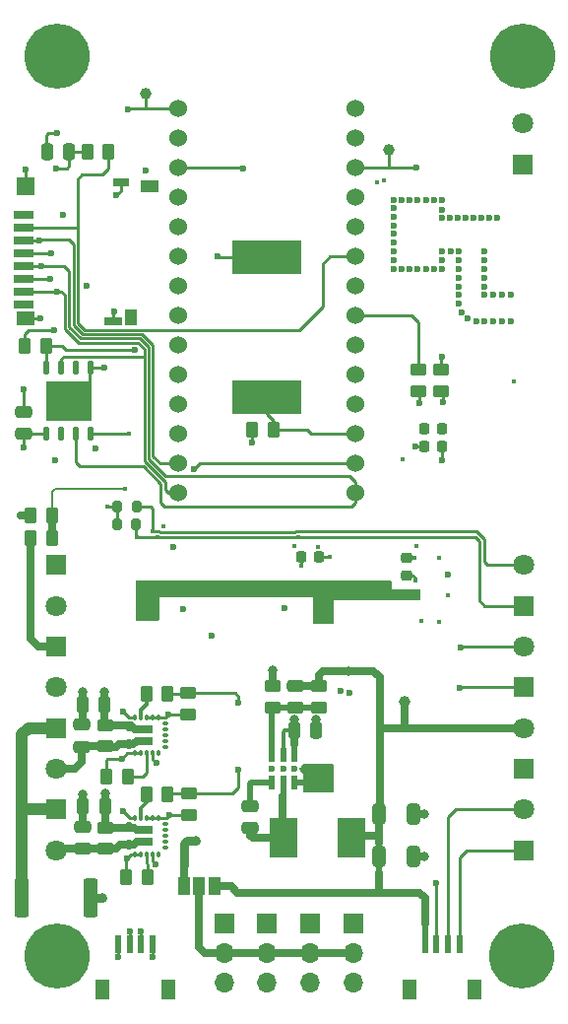
<source format=gbr>
%TF.GenerationSoftware,KiCad,Pcbnew,7.0.5*%
%TF.CreationDate,2023-07-17T20:29:58+05:30*%
%TF.ProjectId,Flight_Computer,466c6967-6874-45f4-936f-6d7075746572,rev?*%
%TF.SameCoordinates,Original*%
%TF.FileFunction,Copper,L4,Bot*%
%TF.FilePolarity,Positive*%
%FSLAX46Y46*%
G04 Gerber Fmt 4.6, Leading zero omitted, Abs format (unit mm)*
G04 Created by KiCad (PCBNEW 7.0.5) date 2023-07-17 20:29:58*
%MOMM*%
%LPD*%
G01*
G04 APERTURE LIST*
G04 Aperture macros list*
%AMRoundRect*
0 Rectangle with rounded corners*
0 $1 Rounding radius*
0 $2 $3 $4 $5 $6 $7 $8 $9 X,Y pos of 4 corners*
0 Add a 4 corners polygon primitive as box body*
4,1,4,$2,$3,$4,$5,$6,$7,$8,$9,$2,$3,0*
0 Add four circle primitives for the rounded corners*
1,1,$1+$1,$2,$3*
1,1,$1+$1,$4,$5*
1,1,$1+$1,$6,$7*
1,1,$1+$1,$8,$9*
0 Add four rect primitives between the rounded corners*
20,1,$1+$1,$2,$3,$4,$5,0*
20,1,$1+$1,$4,$5,$6,$7,0*
20,1,$1+$1,$6,$7,$8,$9,0*
20,1,$1+$1,$8,$9,$2,$3,0*%
G04 Aperture macros list end*
%TA.AperFunction,ComponentPad*%
%ADD10C,5.600000*%
%TD*%
%TA.AperFunction,ComponentPad*%
%ADD11R,1.800000X1.800000*%
%TD*%
%TA.AperFunction,ComponentPad*%
%ADD12C,1.800000*%
%TD*%
%TA.AperFunction,ComponentPad*%
%ADD13R,1.700000X1.700000*%
%TD*%
%TA.AperFunction,ComponentPad*%
%ADD14O,1.700000X1.700000*%
%TD*%
%TA.AperFunction,ComponentPad*%
%ADD15C,1.530000*%
%TD*%
%TA.AperFunction,SMDPad,CuDef*%
%ADD16C,1.000000*%
%TD*%
%TA.AperFunction,SMDPad,CuDef*%
%ADD17RoundRect,0.026400X-0.193600X0.523600X-0.193600X-0.523600X0.193600X-0.523600X0.193600X0.523600X0*%
%TD*%
%TA.AperFunction,SMDPad,CuDef*%
%ADD18R,4.000000X3.400000*%
%TD*%
%TA.AperFunction,SMDPad,CuDef*%
%ADD19RoundRect,0.250000X-0.262500X-0.450000X0.262500X-0.450000X0.262500X0.450000X-0.262500X0.450000X0*%
%TD*%
%TA.AperFunction,SMDPad,CuDef*%
%ADD20RoundRect,0.250000X-0.450000X0.262500X-0.450000X-0.262500X0.450000X-0.262500X0.450000X0.262500X0*%
%TD*%
%TA.AperFunction,SMDPad,CuDef*%
%ADD21RoundRect,0.250000X0.262500X0.450000X-0.262500X0.450000X-0.262500X-0.450000X0.262500X-0.450000X0*%
%TD*%
%TA.AperFunction,SMDPad,CuDef*%
%ADD22R,6.000000X3.000000*%
%TD*%
%TA.AperFunction,SMDPad,CuDef*%
%ADD23O,0.300000X0.650000*%
%TD*%
%TA.AperFunction,SMDPad,CuDef*%
%ADD24O,0.650000X0.300000*%
%TD*%
%TA.AperFunction,SMDPad,CuDef*%
%ADD25R,1.350000X0.800000*%
%TD*%
%TA.AperFunction,SMDPad,CuDef*%
%ADD26RoundRect,0.250000X0.475000X-0.250000X0.475000X0.250000X-0.475000X0.250000X-0.475000X-0.250000X0*%
%TD*%
%TA.AperFunction,SMDPad,CuDef*%
%ADD27RoundRect,0.250000X-0.475000X0.250000X-0.475000X-0.250000X0.475000X-0.250000X0.475000X0.250000X0*%
%TD*%
%TA.AperFunction,SMDPad,CuDef*%
%ADD28RoundRect,0.200000X0.200000X0.275000X-0.200000X0.275000X-0.200000X-0.275000X0.200000X-0.275000X0*%
%TD*%
%TA.AperFunction,SMDPad,CuDef*%
%ADD29RoundRect,0.250000X0.450000X-0.262500X0.450000X0.262500X-0.450000X0.262500X-0.450000X-0.262500X0*%
%TD*%
%TA.AperFunction,SMDPad,CuDef*%
%ADD30RoundRect,0.225000X-0.225000X-0.250000X0.225000X-0.250000X0.225000X0.250000X-0.225000X0.250000X0*%
%TD*%
%TA.AperFunction,SMDPad,CuDef*%
%ADD31R,0.550000X1.240000*%
%TD*%
%TA.AperFunction,SMDPad,CuDef*%
%ADD32RoundRect,0.250000X0.250000X0.475000X-0.250000X0.475000X-0.250000X-0.475000X0.250000X-0.475000X0*%
%TD*%
%TA.AperFunction,SMDPad,CuDef*%
%ADD33RoundRect,0.250000X0.362500X1.425000X-0.362500X1.425000X-0.362500X-1.425000X0.362500X-1.425000X0*%
%TD*%
%TA.AperFunction,SMDPad,CuDef*%
%ADD34RoundRect,0.250000X-0.325000X-0.650000X0.325000X-0.650000X0.325000X0.650000X-0.325000X0.650000X0*%
%TD*%
%TA.AperFunction,SMDPad,CuDef*%
%ADD35R,2.463800X3.352800*%
%TD*%
%TA.AperFunction,SMDPad,CuDef*%
%ADD36R,1.000000X1.500000*%
%TD*%
%TA.AperFunction,SMDPad,CuDef*%
%ADD37RoundRect,0.225000X0.250000X-0.225000X0.250000X0.225000X-0.250000X0.225000X-0.250000X-0.225000X0*%
%TD*%
%TA.AperFunction,SMDPad,CuDef*%
%ADD38R,1.750000X0.800000*%
%TD*%
%TA.AperFunction,SMDPad,CuDef*%
%ADD39R,1.500000X1.300000*%
%TD*%
%TA.AperFunction,SMDPad,CuDef*%
%ADD40R,1.500000X1.500000*%
%TD*%
%TA.AperFunction,SMDPad,CuDef*%
%ADD41R,1.500000X0.800000*%
%TD*%
%TA.AperFunction,SMDPad,CuDef*%
%ADD42R,1.400000X0.800000*%
%TD*%
%TA.AperFunction,SMDPad,CuDef*%
%ADD43R,1.550000X1.000000*%
%TD*%
%TA.AperFunction,SMDPad,CuDef*%
%ADD44R,1.000000X1.450000*%
%TD*%
%TA.AperFunction,SMDPad,CuDef*%
%ADD45RoundRect,0.250000X-0.250000X-0.475000X0.250000X-0.475000X0.250000X0.475000X-0.250000X0.475000X0*%
%TD*%
%TA.AperFunction,SMDPad,CuDef*%
%ADD46R,0.600000X1.550000*%
%TD*%
%TA.AperFunction,SMDPad,CuDef*%
%ADD47R,1.200000X1.800000*%
%TD*%
%TA.AperFunction,ViaPad*%
%ADD48C,0.800000*%
%TD*%
%TA.AperFunction,ViaPad*%
%ADD49C,0.600000*%
%TD*%
%TA.AperFunction,ViaPad*%
%ADD50C,0.450000*%
%TD*%
%TA.AperFunction,Conductor*%
%ADD51C,0.700000*%
%TD*%
%TA.AperFunction,Conductor*%
%ADD52C,0.250000*%
%TD*%
%TA.AperFunction,Conductor*%
%ADD53C,0.750000*%
%TD*%
%TA.AperFunction,Conductor*%
%ADD54C,0.635000*%
%TD*%
%TA.AperFunction,Conductor*%
%ADD55C,0.500000*%
%TD*%
%TA.AperFunction,Conductor*%
%ADD56C,0.300000*%
%TD*%
%TA.AperFunction,Conductor*%
%ADD57C,0.200000*%
%TD*%
%TA.AperFunction,Conductor*%
%ADD58C,1.000000*%
%TD*%
G04 APERTURE END LIST*
D10*
%TO.P,H2,1*%
%TO.N,N/C*%
X171000000Y-73000000D03*
%TD*%
D11*
%TO.P,J3,1,Pin_1*%
%TO.N,GND*%
X171000000Y-82250000D03*
D12*
%TO.P,J3,2,Pin_2*%
%TO.N,+3V3*%
X171000000Y-78750000D03*
%TD*%
D11*
%TO.P,TM1,1,Pin_1*%
%TO.N,GND*%
X130927600Y-116702000D03*
D12*
%TO.P,TM1,2,Pin_2*%
%TO.N,/BATT*%
X130927600Y-120202000D03*
%TD*%
D11*
%TO.P,TM2,1,Pin_1*%
%TO.N,+12V*%
X130927600Y-123702000D03*
D12*
%TO.P,TM2,2,Pin_2*%
%TO.N,/BATT*%
X130927600Y-127202000D03*
%TD*%
D11*
%TO.P,TM8,1,Pin_1*%
%TO.N,/PyroTechnic_Channels/-*%
X130927600Y-137702000D03*
D12*
%TO.P,TM8,2,Pin_2*%
%TO.N,/PyroTechnic_Channels/VOUT1*%
X130927600Y-141202000D03*
%TD*%
D10*
%TO.P,H4,1*%
%TO.N,N/C*%
X130950000Y-150300000D03*
%TD*%
D11*
%TO.P,TM3,1,Pin_1*%
%TO.N,/PyroTechnic_Channels/-*%
X130927600Y-130702000D03*
D12*
%TO.P,TM3,2,Pin_2*%
%TO.N,/PyroTechnic_Channels/VOUT2*%
X130927600Y-134202000D03*
%TD*%
D13*
%TO.P,M3,1,PWM*%
%TO.N,/Peripherals+Outputs/FIN2*%
X152744124Y-147485825D03*
D14*
%TO.P,M3,2,+*%
%TO.N,/Peripherals+Outputs/Servo_PWR*%
X152744124Y-150025825D03*
%TO.P,M3,3,-*%
%TO.N,GND*%
X152744124Y-152565825D03*
%TD*%
D13*
%TO.P,M4,1,PWM*%
%TO.N,/Peripherals+Outputs/FIN1*%
X156444124Y-147485825D03*
D14*
%TO.P,M4,2,+*%
%TO.N,/Peripherals+Outputs/Servo_PWR*%
X156444124Y-150025825D03*
%TO.P,M4,3,-*%
%TO.N,GND*%
X156444124Y-152565825D03*
%TD*%
D15*
%TO.P,U3,0,RX1/PWM*%
%TO.N,/Peripherals+Outputs/RX*%
X141380000Y-80030000D03*
%TO.P,U3,1,TX1/PWM*%
%TO.N,/Peripherals+Outputs/TX*%
X141380000Y-82570000D03*
%TO.P,U3,2,OUT2/PWM*%
%TO.N,/Peripherals+Outputs/NEO-PIX*%
X141380000Y-85110000D03*
%TO.P,U3,3,LRCLK2/PWM*%
%TO.N,/Peripherals+Outputs/Z-*%
X141380000Y-87650000D03*
%TO.P,U3,4,BCLK2/PWM*%
%TO.N,/Peripherals+Outputs/Z+*%
X141380000Y-90190000D03*
%TO.P,U3,5,IN2/PWM*%
%TO.N,/Peripherals+Outputs/FIN1*%
X141380000Y-92730000D03*
%TO.P,U3,6,OUT1D/PWM*%
%TO.N,/Peripherals+Outputs/FIN2*%
X141380000Y-95270000D03*
%TO.P,U3,7,RX2/PWM*%
%TO.N,/Peripherals+Outputs/TVCX*%
X141380000Y-97810000D03*
%TO.P,U3,8,TX2/PWM*%
%TO.N,/Peripherals+Outputs/TVCY*%
X141380000Y-100350000D03*
%TO.P,U3,9,OUT1C/PWM*%
%TO.N,/Proc/Accel_INT*%
X141380000Y-102890000D03*
%TO.P,U3,10,CS*%
%TO.N,/Flash_SD_Card/FLASH-CS*%
X141380000Y-105430000D03*
%TO.P,U3,11,MOSI*%
%TO.N,/Flash_SD_Card/MOSI*%
X141380000Y-107970000D03*
%TO.P,U3,12,MISO*%
%TO.N,/Flash_SD_Card/MISO*%
X141380000Y-110510000D03*
%TO.P,U3,13,SCK/LED*%
%TO.N,/Flash_SD_Card/SCK*%
X156620000Y-110510000D03*
%TO.P,U3,14,A0/TX*%
%TO.N,/Power_Input_Regulator/VOLTAGE*%
X156620000Y-107970000D03*
%TO.P,U3,15,A1/RX*%
%TO.N,/Peripherals+Outputs/Buzz*%
X156620000Y-105430000D03*
%TO.P,U3,16,A2/SCL1*%
%TO.N,/Proc/Gyro_INT*%
X156620000Y-102890000D03*
%TO.P,U3,17,A3/SDA1*%
%TO.N,/Proc/Mag_INT*%
X156620000Y-100350000D03*
%TO.P,U3,18,A4/SDA*%
%TO.N,/GNSS_Radio/SDA*%
X156620000Y-97810000D03*
%TO.P,U3,19,A5/SCL*%
%TO.N,/GNSS_Radio/SCL*%
X156620000Y-95270000D03*
%TO.P,U3,20,A6/TX*%
%TO.N,/Peripherals+Outputs/CS*%
X156620000Y-92730000D03*
%TO.P,U3,21,A7/RX*%
%TO.N,/Flash_SD_Card/SD-CS*%
X156620000Y-90190000D03*
%TO.P,U3,22,A8/CTX1*%
%TO.N,/Proc/PY2*%
X156620000Y-87650000D03*
%TO.P,U3,23,A9/CRX1*%
%TO.N,/Proc/PY1*%
X156620000Y-85110000D03*
%TO.P,U3,24,3.3V*%
%TO.N,+3V3*%
X156620000Y-82570000D03*
%TO.P,U3,G1,GND*%
%TO.N,GND*%
X141380000Y-77490000D03*
%TO.P,U3,G3,GND*%
X156620000Y-80030000D03*
%TO.P,U3,VIN,VIN*%
%TO.N,+5V*%
X156620000Y-77490000D03*
%TD*%
D13*
%TO.P,M1,1,PWM*%
%TO.N,/Peripherals+Outputs/TVCY*%
X145334124Y-147485825D03*
D14*
%TO.P,M1,2,+*%
%TO.N,/Peripherals+Outputs/Servo_PWR*%
X145334124Y-150025825D03*
%TO.P,M1,3,-*%
%TO.N,GND*%
X145334124Y-152565825D03*
%TD*%
D13*
%TO.P,M2,1,PWM*%
%TO.N,/Peripherals+Outputs/TVCX*%
X149034124Y-147485825D03*
D14*
%TO.P,M2,2,+*%
%TO.N,/Peripherals+Outputs/Servo_PWR*%
X149034124Y-150025825D03*
%TO.P,M2,3,-*%
%TO.N,GND*%
X149034124Y-152565825D03*
%TD*%
D10*
%TO.P,H3,1*%
%TO.N,N/C*%
X170950000Y-150300000D03*
%TD*%
%TO.P,H1,1*%
%TO.N,N/C*%
X130950000Y-73000000D03*
%TD*%
D11*
%TO.P,J6,1,Pin_1*%
%TO.N,GND*%
X171125000Y-134202000D03*
D12*
%TO.P,J6,2,Pin_2*%
%TO.N,+5V*%
X171125000Y-130702000D03*
%TD*%
D11*
%TO.P,J2,1,Pin_1*%
%TO.N,/GNSS_Radio/SCL*%
X171125000Y-120202000D03*
D12*
%TO.P,J2,2,Pin_2*%
%TO.N,/GNSS_Radio/SDA*%
X171125000Y-116702000D03*
%TD*%
D11*
%TO.P,J4,1,Pin_1*%
%TO.N,/Peripherals+Outputs/RX*%
X171125000Y-127202000D03*
D12*
%TO.P,J4,2,Pin_2*%
%TO.N,/Peripherals+Outputs/TX*%
X171125000Y-123702000D03*
%TD*%
D11*
%TO.P,J1,1,Pin_1*%
%TO.N,/Peripherals+Outputs/Z+*%
X171125000Y-141202000D03*
D12*
%TO.P,J1,2,Pin_2*%
%TO.N,/Peripherals+Outputs/Z-*%
X171125000Y-137702000D03*
%TD*%
D16*
%TO.P,TP3,1*%
%TO.N,+3V3*%
X159500000Y-81000000D03*
%TD*%
D17*
%TO.P,U5,1,CS*%
%TO.N,/Flash_SD_Card/FLASH-CS*%
X130045000Y-99760000D03*
%TO.P,U5,2,MISO*%
%TO.N,/Flash_SD_Card/MISO*%
X131315000Y-99760000D03*
%TO.P,U5,3,WP(D2)*%
%TO.N,unconnected-(U5-WP(D2)-Pad3)*%
X132585000Y-99760000D03*
%TO.P,U5,4,GND*%
%TO.N,GND*%
X133855000Y-99760000D03*
%TO.P,U5,5,MOSI*%
%TO.N,/Flash_SD_Card/MOSI*%
X133855000Y-105390000D03*
%TO.P,U5,6,SCK*%
%TO.N,/Flash_SD_Card/SCK*%
X132585000Y-105390000D03*
%TO.P,U5,7,HOLD(D3)*%
%TO.N,unconnected-(U5-HOLD(D3)-Pad7)*%
X131315000Y-105390000D03*
%TO.P,U5,8,VCC*%
%TO.N,+3V3*%
X130045000Y-105390000D03*
D18*
%TO.P,U5,9,GND*%
%TO.N,GND*%
X131950000Y-102575000D03*
%TD*%
D19*
%TO.P,R26,1*%
%TO.N,+12V*%
X128687500Y-114400000D03*
%TO.P,R26,2*%
%TO.N,/Power_Input_Regulator/VOLTAGE*%
X130512500Y-114400000D03*
%TD*%
D20*
%TO.P,R24,1*%
%TO.N,+5V*%
X153500000Y-127112500D03*
%TO.P,R24,2*%
%TO.N,Net-(U2-FB)*%
X153500000Y-128937500D03*
%TD*%
D21*
%TO.P,R4,1*%
%TO.N,/Peripherals+Outputs/Buzz*%
X149562500Y-105100000D03*
%TO.P,R4,2*%
%TO.N,GND*%
X147737500Y-105100000D03*
%TD*%
D22*
%TO.P,B1,1,+*%
%TO.N,/Peripherals+Outputs/Buzz*%
X149000000Y-102250000D03*
%TO.P,B1,2,-*%
%TO.N,GND*%
X149000000Y-90250000D03*
%TD*%
D23*
%TO.P,U13,1,GND*%
%TO.N,GND*%
X137700000Y-129775000D03*
%TO.P,U13,2,EN*%
%TO.N,Net-(U13-EN)*%
X138200000Y-129775000D03*
%TO.P,U13,3,FRS*%
%TO.N,GND*%
X138700000Y-129775000D03*
%TO.P,U13,4,DIR*%
X139200000Y-129775000D03*
%TO.P,U13,5,DSC*%
X139700000Y-129775000D03*
D24*
%TO.P,U13,6,NC*%
%TO.N,unconnected-(U13-NC-Pad6)*%
X140250000Y-130325000D03*
%TO.P,U13,7,NC*%
%TO.N,unconnected-(U13-NC-Pad7)*%
X140250000Y-130825000D03*
%TO.P,U13,8,NC*%
%TO.N,unconnected-(U13-NC-Pad8)*%
X140250000Y-131325000D03*
%TO.P,U13,9,NC*%
%TO.N,unconnected-(U13-NC-Pad9)*%
X140250000Y-131825000D03*
%TO.P,U13,10,NC*%
%TO.N,unconnected-(U13-NC-Pad10)*%
X140250000Y-132325000D03*
D23*
%TO.P,U13,11,~{FAULT}*%
%TO.N,unconnected-(U13-~{FAULT}-Pad11)*%
X139700000Y-132875000D03*
%TO.P,U13,12,LATCH*%
%TO.N,+3V3*%
X139200000Y-132875000D03*
%TO.P,U13,13,ISEN*%
%TO.N,Net-(U13-ISEN)*%
X138700000Y-132875000D03*
%TO.P,U13,14,VOV*%
%TO.N,GND*%
X138200000Y-132875000D03*
%TO.P,U13,15,GND*%
X137700000Y-132875000D03*
D24*
%TO.P,U13,16,VOUT*%
%TO.N,/PyroTechnic_Channels/VOUT2*%
X137150000Y-132325000D03*
%TO.P,U13,17,VOUT*%
X137150000Y-131825000D03*
%TO.P,U13,19,VIN*%
%TO.N,+12V*%
X137150000Y-130825000D03*
%TO.P,U13,20,VOUT*%
X137150000Y-130325000D03*
D25*
%TO.P,U13,21,VOUT*%
%TO.N,/PyroTechnic_Channels/VOUT2*%
X138530000Y-131825000D03*
%TO.P,U13,22,VIN*%
%TO.N,+12V*%
X138530000Y-130825000D03*
%TD*%
D16*
%TO.P,TP2,1*%
%TO.N,+5V*%
X160900000Y-128400000D03*
%TD*%
D26*
%TO.P,C10,1*%
%TO.N,+3V3*%
X128100000Y-105425000D03*
%TO.P,C10,2*%
%TO.N,GND*%
X128100000Y-103525000D03*
%TD*%
D19*
%TO.P,R7,1*%
%TO.N,+3V3*%
X133587500Y-81225000D03*
%TO.P,R7,2*%
%TO.N,/Flash_SD_Card/SD-CS*%
X135412500Y-81225000D03*
%TD*%
%TO.P,R12,1*%
%TO.N,Net-(U12-EN)*%
X138650000Y-136425000D03*
%TO.P,R12,2*%
%TO.N,/Proc/PY1*%
X140475000Y-136425000D03*
%TD*%
D27*
%TO.P,C17,1*%
%TO.N,Net-(U2-BST)*%
X147600000Y-137375000D03*
%TO.P,C17,2*%
%TO.N,Net-(U2-SW)*%
X147600000Y-139275000D03*
%TD*%
D28*
%TO.P,R6,1*%
%TO.N,/GNSS_Radio/SCL*%
X137775000Y-113200000D03*
%TO.P,R6,2*%
%TO.N,+3V3*%
X136125000Y-113200000D03*
%TD*%
D29*
%TO.P,R14,1*%
%TO.N,/PyroTechnic_Channels/VOUT1*%
X135150000Y-141062500D03*
%TO.P,R14,2*%
%TO.N,+12V*%
X135150000Y-139237500D03*
%TD*%
D19*
%TO.P,R18,1*%
%TO.N,GND*%
X135237500Y-134900000D03*
%TO.P,R18,2*%
%TO.N,Net-(U13-ISEN)*%
X137062500Y-134900000D03*
%TD*%
D30*
%TO.P,C4,1*%
%TO.N,unconnected-(C4-Pad1)*%
X162525000Y-105000000D03*
%TO.P,C4,2*%
%TO.N,unconnected-(C4-Pad2)*%
X164075000Y-105000000D03*
%TD*%
D31*
%TO.P,U2,1,FB*%
%TO.N,Net-(U2-FB)*%
X149454000Y-133015000D03*
%TO.P,U2,2,EN*%
%TO.N,+12V*%
X150404000Y-133015000D03*
%TO.P,U2,3,VIN*%
X151354000Y-133015000D03*
%TO.P,U2,4,GND*%
%TO.N,GND*%
X151354000Y-135385000D03*
%TO.P,U2,5,SW*%
%TO.N,Net-(U2-SW)*%
X150404000Y-135385000D03*
%TO.P,U2,6,BST*%
%TO.N,Net-(U2-BST)*%
X149454000Y-135385000D03*
%TD*%
D29*
%TO.P,R15,1*%
%TO.N,/PyroTechnic_Channels/VOUT2*%
X135125000Y-132287500D03*
%TO.P,R15,2*%
%TO.N,+12V*%
X135125000Y-130462500D03*
%TD*%
D32*
%TO.P,C25,1*%
%TO.N,+12V*%
X135100000Y-137425000D03*
%TO.P,C25,2*%
%TO.N,GND*%
X133200000Y-137425000D03*
%TD*%
D19*
%TO.P,R13,1*%
%TO.N,Net-(U13-EN)*%
X138637500Y-127800000D03*
%TO.P,R13,2*%
%TO.N,/Proc/PY2*%
X140462500Y-127800000D03*
%TD*%
D33*
%TO.P,R19,1*%
%TO.N,GND*%
X133887500Y-145250000D03*
%TO.P,R19,2*%
%TO.N,/PyroTechnic_Channels/-*%
X127962500Y-145250000D03*
%TD*%
D19*
%TO.P,R5,1*%
%TO.N,+3V3*%
X128212500Y-97850000D03*
%TO.P,R5,2*%
%TO.N,/Flash_SD_Card/FLASH-CS*%
X130037500Y-97850000D03*
%TD*%
D29*
%TO.P,R2,1*%
%TO.N,Net-(U4-SCL{slash}SPI_CLK)*%
X162050000Y-101762500D03*
%TO.P,R2,2*%
%TO.N,/GNSS_Radio/SCL*%
X162050000Y-99937500D03*
%TD*%
D34*
%TO.P,C20,1*%
%TO.N,+5V*%
X158675000Y-138100000D03*
%TO.P,C20,2*%
%TO.N,GND*%
X161625000Y-138100000D03*
%TD*%
D30*
%TO.P,C5,1*%
%TO.N,+3V3*%
X162525000Y-106525000D03*
%TO.P,C5,2*%
%TO.N,GND*%
X164075000Y-106525000D03*
%TD*%
D35*
%TO.P,L1,1,1*%
%TO.N,Net-(U2-SW)*%
X150429000Y-140125000D03*
%TO.P,L1,2,2*%
%TO.N,+5V*%
X156271000Y-140125000D03*
%TD*%
D36*
%TO.P,JP1,1,A*%
%TO.N,+5V*%
X144490000Y-144280000D03*
%TO.P,JP1,2,C*%
%TO.N,/Peripherals+Outputs/Servo_PWR*%
X143190000Y-144280000D03*
%TO.P,JP1,3,B*%
%TO.N,+12V*%
X141890000Y-144280000D03*
%TD*%
D37*
%TO.P,C1,1*%
%TO.N,Net-(U1-C1)*%
X161000000Y-117625000D03*
%TO.P,C1,2*%
%TO.N,GND*%
X161000000Y-116075000D03*
%TD*%
D32*
%TO.P,C26,1*%
%TO.N,+12V*%
X135075000Y-128650000D03*
%TO.P,C26,2*%
%TO.N,GND*%
X133175000Y-128650000D03*
%TD*%
D29*
%TO.P,R10,1*%
%TO.N,GND*%
X142300000Y-138137500D03*
%TO.P,R10,2*%
%TO.N,/Proc/PY1*%
X142300000Y-136312500D03*
%TD*%
D30*
%TO.P,C14,1*%
%TO.N,+3V3*%
X151975000Y-116000000D03*
%TO.P,C14,2*%
%TO.N,GND*%
X153525000Y-116000000D03*
%TD*%
D27*
%TO.P,C8,1*%
%TO.N,+5V*%
X151500000Y-127050000D03*
%TO.P,C8,2*%
%TO.N,Net-(U2-FB)*%
X151500000Y-128950000D03*
%TD*%
D32*
%TO.P,C7,1*%
%TO.N,+3V3*%
X132000000Y-81175000D03*
%TO.P,C7,2*%
%TO.N,GND*%
X130100000Y-81175000D03*
%TD*%
D26*
%TO.P,C28,1*%
%TO.N,/PyroTechnic_Channels/VOUT2*%
X133125000Y-132300000D03*
%TO.P,C28,2*%
%TO.N,GND*%
X133125000Y-130400000D03*
%TD*%
D29*
%TO.P,R11,1*%
%TO.N,GND*%
X142250000Y-129537500D03*
%TO.P,R11,2*%
%TO.N,/Proc/PY2*%
X142250000Y-127712500D03*
%TD*%
D16*
%TO.P,TP4,1*%
%TO.N,GND*%
X138550000Y-76225000D03*
%TD*%
D19*
%TO.P,R17,1*%
%TO.N,GND*%
X136937500Y-143525000D03*
%TO.P,R17,2*%
%TO.N,Net-(U12-ISEN)*%
X138762500Y-143525000D03*
%TD*%
D38*
%TO.P,U10,1,DAT2*%
%TO.N,unconnected-(U10-DAT2-Pad1)*%
X128100000Y-86575000D03*
%TO.P,U10,2,DAT3/CS*%
%TO.N,/Flash_SD_Card/SD-CS*%
X128100000Y-87675000D03*
%TO.P,U10,3,CMD/MOSI*%
%TO.N,/Flash_SD_Card/MOSI*%
X128100000Y-88775000D03*
%TO.P,U10,4,VDD*%
%TO.N,+3V3*%
X128100000Y-89875000D03*
%TO.P,U10,5,CLK*%
%TO.N,/Flash_SD_Card/SCK*%
X128100000Y-90975000D03*
%TO.P,U10,6,VSS*%
%TO.N,GND*%
X128100000Y-92075000D03*
%TO.P,U10,7,DAT0/MISO*%
%TO.N,/Flash_SD_Card/MISO*%
X128100000Y-93175000D03*
%TO.P,U10,8,DAT1*%
%TO.N,unconnected-(U10-DAT1-Pad8)*%
X128100000Y-94275000D03*
D39*
%TO.P,U10,S1,GND4*%
%TO.N,GND*%
X128225000Y-95475000D03*
D40*
%TO.P,U10,S2,GND3*%
X128225000Y-84125000D03*
D41*
%TO.P,U10,S3,GND1*%
X135825000Y-95725000D03*
D42*
%TO.P,U10,S4,GND2*%
X136475000Y-83775000D03*
D43*
%TO.P,U10,SWA,SW_A*%
%TO.N,unconnected-(U10-SW_A-PadSWA)*%
X138900000Y-84175000D03*
D44*
%TO.P,U10,SWB,SW_B*%
%TO.N,unconnected-(U10-SW_B-PadSWB)*%
X137325000Y-95400000D03*
%TD*%
D34*
%TO.P,C21,1*%
%TO.N,+5V*%
X158675000Y-141725000D03*
%TO.P,C21,2*%
%TO.N,GND*%
X161625000Y-141725000D03*
%TD*%
D23*
%TO.P,U12,1,GND*%
%TO.N,GND*%
X137700000Y-138425000D03*
%TO.P,U12,2,EN*%
%TO.N,Net-(U12-EN)*%
X138200000Y-138425000D03*
%TO.P,U12,3,FRS*%
%TO.N,GND*%
X138700000Y-138425000D03*
%TO.P,U12,4,DIR*%
X139200000Y-138425000D03*
%TO.P,U12,5,DSC*%
X139700000Y-138425000D03*
D24*
%TO.P,U12,6,NC*%
%TO.N,unconnected-(U12-NC-Pad6)*%
X140250000Y-138975000D03*
%TO.P,U12,7,NC*%
%TO.N,unconnected-(U12-NC-Pad7)*%
X140250000Y-139475000D03*
%TO.P,U12,8,NC*%
%TO.N,unconnected-(U12-NC-Pad8)*%
X140250000Y-139975000D03*
%TO.P,U12,9,NC*%
%TO.N,unconnected-(U12-NC-Pad9)*%
X140250000Y-140475000D03*
%TO.P,U12,10,NC*%
%TO.N,unconnected-(U12-NC-Pad10)*%
X140250000Y-140975000D03*
D23*
%TO.P,U12,11,~{FAULT}*%
%TO.N,unconnected-(U12-~{FAULT}-Pad11)*%
X139700000Y-141525000D03*
%TO.P,U12,12,LATCH*%
%TO.N,+3V3*%
X139200000Y-141525000D03*
%TO.P,U12,13,ISEN*%
%TO.N,Net-(U12-ISEN)*%
X138700000Y-141525000D03*
%TO.P,U12,14,VOV*%
%TO.N,GND*%
X138200000Y-141525000D03*
%TO.P,U12,15,GND*%
X137700000Y-141525000D03*
D24*
%TO.P,U12,16,VOUT*%
%TO.N,/PyroTechnic_Channels/VOUT1*%
X137150000Y-140975000D03*
%TO.P,U12,17,VOUT*%
X137150000Y-140475000D03*
%TO.P,U12,19,VIN*%
%TO.N,+12V*%
X137150000Y-139475000D03*
%TO.P,U12,20,VOUT*%
X137150000Y-138975000D03*
D25*
%TO.P,U12,21,VOUT*%
%TO.N,/PyroTechnic_Channels/VOUT1*%
X138530000Y-140475000D03*
%TO.P,U12,22,VIN*%
%TO.N,+12V*%
X138530000Y-139475000D03*
%TD*%
D45*
%TO.P,C15,1*%
%TO.N,+12V*%
X151375000Y-130925000D03*
%TO.P,C15,2*%
%TO.N,GND*%
X153275000Y-130925000D03*
%TD*%
D29*
%TO.P,R25,1*%
%TO.N,Net-(U2-FB)*%
X149500000Y-128937500D03*
%TO.P,R25,2*%
%TO.N,GND*%
X149500000Y-127112500D03*
%TD*%
D46*
%TO.P,HD5,1,1*%
%TO.N,/Peripherals+Outputs/Z+*%
X165600000Y-149250000D03*
%TO.P,HD5,2,2*%
%TO.N,/Peripherals+Outputs/Z-*%
X164600000Y-149250000D03*
%TO.P,HD5,3,3*%
%TO.N,/Peripherals+Outputs/FIN1*%
X163600000Y-149250000D03*
%TO.P,HD5,4,4*%
%TO.N,+5V*%
X162600000Y-149250000D03*
D47*
%TO.P,HD5,S1*%
%TO.N,N/C*%
X166900000Y-153125000D03*
%TO.P,HD5,S2*%
X161300000Y-153125000D03*
%TD*%
D29*
%TO.P,R1,1*%
%TO.N,Net-(U4-SDA{slash}~{SPI_CS})*%
X164025000Y-101762500D03*
%TO.P,R1,2*%
%TO.N,/GNSS_Radio/SDA*%
X164025000Y-99937500D03*
%TD*%
D46*
%TO.P,HD6,1,1*%
%TO.N,GND*%
X139200000Y-149250000D03*
%TO.P,HD6,2,2*%
%TO.N,/Peripherals+Outputs/RX*%
X138200000Y-149250000D03*
%TO.P,HD6,3,3*%
%TO.N,/Peripherals+Outputs/TX*%
X137200000Y-149250000D03*
%TO.P,HD6,4,4*%
%TO.N,+3V3*%
X136200000Y-149250000D03*
D47*
%TO.P,HD6,S1*%
%TO.N,N/C*%
X140500000Y-153125000D03*
%TO.P,HD6,S2*%
X134900000Y-153125000D03*
%TD*%
D28*
%TO.P,R8,1*%
%TO.N,/GNSS_Radio/SDA*%
X137800000Y-111650000D03*
%TO.P,R8,2*%
%TO.N,+3V3*%
X136150000Y-111650000D03*
%TD*%
D26*
%TO.P,C27,1*%
%TO.N,/PyroTechnic_Channels/VOUT1*%
X133150000Y-141075000D03*
%TO.P,C27,2*%
%TO.N,GND*%
X133150000Y-139175000D03*
%TD*%
D21*
%TO.P,R27,1*%
%TO.N,/Power_Input_Regulator/VOLTAGE*%
X130512500Y-112450000D03*
%TO.P,R27,2*%
%TO.N,GND*%
X128687500Y-112450000D03*
%TD*%
D48*
%TO.N,GND*%
X149500000Y-125750000D03*
D49*
X162000000Y-91250000D03*
X159900000Y-85350000D03*
X165500000Y-93500000D03*
X134300000Y-106700000D03*
X165425000Y-86875000D03*
X168500000Y-95750000D03*
X154250000Y-135750000D03*
X140975000Y-115150000D03*
D50*
X170275000Y-100900000D03*
D49*
X137075000Y-77525000D03*
X159900000Y-89000000D03*
X167750000Y-91250000D03*
D48*
X162550000Y-141725000D03*
D49*
X163400000Y-85350000D03*
X135025000Y-99750000D03*
X141850000Y-120475000D03*
X164100000Y-90500000D03*
X170000000Y-95750000D03*
X128100000Y-101600000D03*
D50*
X154400000Y-116025000D03*
D49*
X164075000Y-86875000D03*
X166100000Y-86875000D03*
X153500000Y-135000000D03*
X164100000Y-89750000D03*
X164100000Y-91250000D03*
D50*
X160700000Y-107575000D03*
D49*
X167750000Y-89750000D03*
X161300000Y-91250000D03*
D48*
X133200000Y-136425000D03*
D49*
X165500000Y-94250000D03*
X136625000Y-137850000D03*
X169250000Y-93500000D03*
X159900000Y-91250000D03*
X140650000Y-138150000D03*
X162000000Y-85350000D03*
X170000000Y-93500000D03*
X150500000Y-120350000D03*
X168500000Y-93500000D03*
X152750000Y-134250000D03*
X167750000Y-92000000D03*
X162700000Y-91250000D03*
X136975000Y-141900000D03*
X164075000Y-107650000D03*
X130960000Y-79610000D03*
X139200000Y-150400000D03*
X163400000Y-91250000D03*
X147750000Y-106150000D03*
X167750000Y-95750000D03*
X136525000Y-133350000D03*
D48*
X153275000Y-129976500D03*
D49*
X169250000Y-95750000D03*
X159900000Y-86050000D03*
X166250000Y-95500000D03*
X136075000Y-84950000D03*
X159900000Y-88250000D03*
X159900000Y-90500000D03*
X159900000Y-87500000D03*
X167750000Y-90500000D03*
X165500000Y-91250000D03*
X167000000Y-95750000D03*
X160600000Y-91250000D03*
D48*
X133175000Y-127600000D03*
D49*
X144800000Y-90200000D03*
X165500000Y-89750000D03*
X166775000Y-86875000D03*
X167750000Y-92750000D03*
X159900000Y-89750000D03*
D50*
X151400000Y-115050000D03*
X162325000Y-121525000D03*
D49*
X154250000Y-134250000D03*
X135900000Y-94875000D03*
X133500000Y-92700000D03*
X162700000Y-85350000D03*
X167750000Y-93500000D03*
X164100000Y-86150000D03*
X150404000Y-134200000D03*
X130375000Y-92125000D03*
D48*
X134850000Y-145250000D03*
D49*
X129500000Y-95500000D03*
X140575000Y-129525000D03*
X165500000Y-92000000D03*
X164100000Y-85350000D03*
D50*
X161700000Y-116050000D03*
D49*
X128225000Y-82725000D03*
X168125000Y-86875000D03*
X151400000Y-134200000D03*
X149400000Y-134200000D03*
X165750000Y-95000000D03*
X167450000Y-86875000D03*
D50*
X163850000Y-121550000D03*
D49*
X161300000Y-85350000D03*
X164750000Y-86875000D03*
X159900000Y-86750000D03*
D48*
X162550000Y-138100000D03*
D49*
X165500000Y-90500000D03*
X168800000Y-86875000D03*
X160600000Y-85350000D03*
X165500000Y-92750000D03*
X164800000Y-89750000D03*
X136675000Y-129300000D03*
X127875000Y-112425000D03*
X152750000Y-135750000D03*
D48*
%TO.N,+5V*%
X156000000Y-125798500D03*
D49*
%TO.N,+3V3*%
X161875000Y-82575000D03*
X139450000Y-142375000D03*
D50*
X151950000Y-116775000D03*
D49*
X161775000Y-106500000D03*
X136200000Y-150400000D03*
X138375000Y-120475000D03*
D50*
X153400000Y-115173500D03*
X135300000Y-111650000D03*
X161600000Y-119325000D03*
X164550000Y-119325000D03*
D49*
X139525000Y-133725000D03*
X153975000Y-120350000D03*
X128100000Y-106550000D03*
D50*
X163850000Y-116075000D03*
D49*
X130675000Y-96525000D03*
X130500000Y-89900000D03*
X149850000Y-118600000D03*
X131500000Y-86600000D03*
X130800000Y-107700000D03*
X130850000Y-82625000D03*
X138600000Y-82800000D03*
D48*
%TO.N,+12V*%
X135100000Y-136350000D03*
X135050000Y-127600000D03*
X142870000Y-140360000D03*
X151375000Y-129976500D03*
D50*
%TO.N,Net-(U1-C1)*%
X161750000Y-118025000D03*
D49*
%TO.N,/Flash_SD_Card/FLASH-CS*%
X137675000Y-98225000D03*
%TO.N,/Power_Input_Regulator/VOLTAGE*%
X142725000Y-108450000D03*
D50*
X136830000Y-110176500D03*
D49*
%TO.N,/Flash_SD_Card/MISO*%
X130950000Y-93175000D03*
%TO.N,/Flash_SD_Card/MOSI*%
X129475000Y-88775000D03*
D50*
X137110000Y-105390000D03*
D49*
%TO.N,/Flash_SD_Card/SCK*%
X129575000Y-90975000D03*
%TO.N,Net-(U4-SDA{slash}~{SPI_CS})*%
X164125000Y-102725000D03*
%TO.N,/Peripherals+Outputs/TX*%
X155379973Y-127523480D03*
X147000000Y-82600000D03*
X137200000Y-148150000D03*
X165680000Y-123740000D03*
%TO.N,/Peripherals+Outputs/RX*%
X156115705Y-127700000D03*
X165635030Y-127285030D03*
X138200000Y-148150000D03*
D50*
%TO.N,/Peripherals+Outputs/Z+*%
X158475000Y-83825000D03*
%TO.N,/Peripherals+Outputs/Z-*%
X159050000Y-83675000D03*
D49*
%TO.N,Net-(U4-SCL{slash}SPI_CLK)*%
X162100000Y-102750000D03*
D50*
%TO.N,/GNSS_Radio/SCL*%
X151675000Y-114301500D03*
X140101500Y-113348500D03*
X139626500Y-114325000D03*
X137825000Y-114275000D03*
D49*
%TO.N,/GNSS_Radio/SDA*%
X164050000Y-98775000D03*
D50*
X139150000Y-113825000D03*
D49*
%TO.N,/Peripherals+Outputs/FIN1*%
X163600000Y-144050000D03*
D50*
%TO.N,/Proc/Gyro_INT*%
X161836000Y-115097421D03*
D49*
%TO.N,/Proc/Accel_INT*%
X144305624Y-122725000D03*
%TO.N,/Proc/Mag_INT*%
X164550000Y-117550000D03*
%TO.N,/Proc/PY1*%
X146539144Y-134290000D03*
%TO.N,/Proc/PY2*%
X146539144Y-128526500D03*
%TD*%
D51*
%TO.N,+5V*%
X158173500Y-125798500D02*
X156000000Y-125798500D01*
X158727000Y-126352000D02*
X158173500Y-125798500D01*
X158727000Y-130702000D02*
X158727000Y-126352000D01*
D52*
%TO.N,GND*%
X128225000Y-95475000D02*
X129400000Y-95475000D01*
X137150000Y-129775000D02*
X136675000Y-129300000D01*
X140587500Y-129537500D02*
X140575000Y-129525000D01*
X130240000Y-79610000D02*
X130075000Y-79775000D01*
D53*
X133887500Y-145250000D02*
X134850000Y-145250000D01*
D52*
X161000000Y-116075000D02*
X161675000Y-116075000D01*
D54*
X128687500Y-112450000D02*
X127900000Y-112450000D01*
D52*
X140325000Y-129775000D02*
X140575000Y-129525000D01*
X135237500Y-133437500D02*
X135325000Y-133350000D01*
X129400000Y-95475000D02*
X129475000Y-95475000D01*
X135237500Y-134900000D02*
X135237500Y-133437500D01*
X140662500Y-138137500D02*
X140650000Y-138150000D01*
X138700000Y-129775000D02*
X139700000Y-129775000D01*
X137110000Y-77490000D02*
X137075000Y-77525000D01*
X149000000Y-90250000D02*
X144850000Y-90250000D01*
X137350000Y-141525000D02*
X136975000Y-141900000D01*
X138200000Y-141525000D02*
X137700000Y-141525000D01*
X133525000Y-102575000D02*
X133800000Y-102300000D01*
X130325000Y-92075000D02*
X130375000Y-92125000D01*
X128225000Y-84125000D02*
X128225000Y-82725000D01*
D54*
X127900000Y-112450000D02*
X127875000Y-112425000D01*
X133200000Y-137425000D02*
X133200000Y-136425000D01*
D52*
X139700000Y-129775000D02*
X140325000Y-129775000D01*
X129475000Y-95475000D02*
X129500000Y-95500000D01*
X154375000Y-116000000D02*
X154400000Y-116025000D01*
X137700000Y-141525000D02*
X137350000Y-141525000D01*
X141380000Y-77490000D02*
X138585000Y-77490000D01*
X135025000Y-99750000D02*
X135015000Y-99760000D01*
D54*
X161625000Y-138100000D02*
X162550000Y-138100000D01*
D52*
X130075000Y-81150000D02*
X130100000Y-81175000D01*
X130075000Y-79775000D02*
X130075000Y-81150000D01*
X128100000Y-103525000D02*
X128100000Y-101600000D01*
X130250000Y-92075000D02*
X128100000Y-92075000D01*
X153525000Y-116000000D02*
X154375000Y-116000000D01*
X139200000Y-149250000D02*
X139200000Y-150400000D01*
X130250000Y-92075000D02*
X130325000Y-92075000D01*
X131950000Y-102575000D02*
X133525000Y-102575000D01*
X161675000Y-116075000D02*
X161700000Y-116050000D01*
X147737500Y-105100000D02*
X147737500Y-106137500D01*
X137000000Y-132875000D02*
X136525000Y-133350000D01*
D54*
X149500000Y-125750000D02*
X149500000Y-127112500D01*
X133175000Y-128650000D02*
X133175000Y-127600000D01*
X133150000Y-137475000D02*
X133200000Y-137425000D01*
D52*
X140375000Y-138425000D02*
X140650000Y-138150000D01*
X147737500Y-106137500D02*
X147750000Y-106150000D01*
X136475000Y-83775000D02*
X136475000Y-84550000D01*
X139700000Y-138425000D02*
X140375000Y-138425000D01*
D54*
X161625000Y-141725000D02*
X162550000Y-141725000D01*
D52*
X137700000Y-138425000D02*
X137200000Y-138425000D01*
X138200000Y-132875000D02*
X137700000Y-132875000D01*
X136475000Y-84550000D02*
X136075000Y-84950000D01*
X142300000Y-138137500D02*
X140662500Y-138137500D01*
X142250000Y-129537500D02*
X140587500Y-129537500D01*
X138550000Y-77455000D02*
X138585000Y-77490000D01*
X133800000Y-102300000D02*
X133800000Y-99815000D01*
X138585000Y-77490000D02*
X137110000Y-77490000D01*
X135015000Y-99760000D02*
X133855000Y-99760000D01*
D54*
X133175000Y-128650000D02*
X133175000Y-130350000D01*
D52*
X144850000Y-90250000D02*
X144800000Y-90200000D01*
X138700000Y-138425000D02*
X139700000Y-138425000D01*
X135825000Y-94950000D02*
X135900000Y-94875000D01*
X136937500Y-141937500D02*
X136975000Y-141900000D01*
X137700000Y-132875000D02*
X137000000Y-132875000D01*
D54*
X153275000Y-130925000D02*
X153275000Y-129976500D01*
D52*
X164075000Y-107650000D02*
X164075000Y-106525000D01*
X137700000Y-129775000D02*
X137150000Y-129775000D01*
X135825000Y-95725000D02*
X135825000Y-94950000D01*
D54*
X133150000Y-139175000D02*
X133150000Y-137475000D01*
D52*
X130960000Y-79610000D02*
X130240000Y-79610000D01*
X135325000Y-133350000D02*
X136525000Y-133350000D01*
D54*
X133175000Y-130350000D02*
X133125000Y-130400000D01*
D52*
X133800000Y-99815000D02*
X133855000Y-99760000D01*
X137200000Y-138425000D02*
X136625000Y-137850000D01*
X138550000Y-76225000D02*
X138550000Y-77455000D01*
X136937500Y-143525000D02*
X136937500Y-141937500D01*
D54*
%TO.N,+5V*%
X156700000Y-140125000D02*
X156900000Y-139925000D01*
D51*
X153851500Y-125798500D02*
X153500000Y-126150000D01*
D54*
X158700000Y-144830000D02*
X158675000Y-144805000D01*
D55*
X158675000Y-138100000D02*
X158675000Y-139175000D01*
D54*
X153462500Y-127075000D02*
X153500000Y-127112500D01*
D51*
X153500000Y-126150000D02*
X153500000Y-127112500D01*
D54*
X158675000Y-144805000D02*
X158675000Y-143145000D01*
D55*
X158675000Y-141725000D02*
X158675000Y-140575000D01*
D51*
X161048000Y-130702000D02*
X160900000Y-130554000D01*
D54*
X145930000Y-144280000D02*
X146480000Y-144830000D01*
X162600000Y-145280000D02*
X162600000Y-147450000D01*
D55*
X158675000Y-141725000D02*
X158675000Y-143145000D01*
D51*
X171125000Y-130702000D02*
X161048000Y-130702000D01*
D54*
X146480000Y-144830000D02*
X158230000Y-144830000D01*
D51*
X158727000Y-130702000D02*
X158727000Y-138048000D01*
X161048000Y-130702000D02*
X158727000Y-130702000D01*
X160900000Y-130554000D02*
X160900000Y-128400000D01*
D54*
X156271000Y-140125000D02*
X156700000Y-140125000D01*
X158675000Y-139950000D02*
X158675000Y-139175000D01*
X158700000Y-144830000D02*
X162150000Y-144830000D01*
X144490000Y-144280000D02*
X145930000Y-144280000D01*
X156900000Y-139925000D02*
X158650000Y-139925000D01*
D51*
X158727000Y-138048000D02*
X158675000Y-138100000D01*
X156000000Y-125798500D02*
X153851500Y-125798500D01*
D54*
X158675000Y-140575000D02*
X158675000Y-139950000D01*
D55*
X162600000Y-149250000D02*
X162600000Y-147450000D01*
D54*
X151562500Y-127112500D02*
X151500000Y-127050000D01*
X158650000Y-139925000D02*
X158675000Y-139950000D01*
X162150000Y-144830000D02*
X162600000Y-145280000D01*
X158230000Y-144830000D02*
X158700000Y-144830000D01*
X153500000Y-127112500D02*
X151562500Y-127112500D01*
D52*
%TO.N,+3V3*%
X130425000Y-89875000D02*
X130450000Y-89900000D01*
X130450000Y-89900000D02*
X130500000Y-89900000D01*
X159500000Y-81000000D02*
X159500000Y-82540000D01*
X159500000Y-82540000D02*
X159530000Y-82570000D01*
X136150000Y-111650000D02*
X135300000Y-111650000D01*
X132050000Y-81225000D02*
X132000000Y-81175000D01*
X132000000Y-82400000D02*
X132000000Y-81175000D01*
X151950000Y-116025000D02*
X151975000Y-116000000D01*
X128135000Y-105390000D02*
X128100000Y-105425000D01*
X136125000Y-111675000D02*
X136150000Y-111650000D01*
X128212500Y-96812500D02*
X128212500Y-97850000D01*
X128100000Y-89875000D02*
X130425000Y-89875000D01*
X131775000Y-82625000D02*
X132000000Y-82400000D01*
X133587500Y-81225000D02*
X132050000Y-81225000D01*
X162525000Y-106525000D02*
X161800000Y-106525000D01*
X130850000Y-82625000D02*
X131775000Y-82625000D01*
X161870000Y-82570000D02*
X161875000Y-82575000D01*
X139200000Y-132875000D02*
X139200000Y-133400000D01*
X139450000Y-142375000D02*
X139200000Y-142125000D01*
X139200000Y-142125000D02*
X139200000Y-141525000D01*
X130675000Y-96525000D02*
X128500000Y-96525000D01*
X128100000Y-105425000D02*
X128100000Y-106550000D01*
X139200000Y-133400000D02*
X139525000Y-133725000D01*
X128500000Y-96525000D02*
X128212500Y-96812500D01*
X136125000Y-113200000D02*
X136125000Y-111675000D01*
X151950000Y-116775000D02*
X151950000Y-116025000D01*
X130045000Y-105390000D02*
X128135000Y-105390000D01*
X161800000Y-106525000D02*
X161775000Y-106500000D01*
X159530000Y-82570000D02*
X161870000Y-82570000D01*
X156620000Y-82570000D02*
X159530000Y-82570000D01*
X136200000Y-149250000D02*
X136200000Y-150400000D01*
D54*
%TO.N,+12V*%
X135150000Y-139237500D02*
X135150000Y-137475000D01*
X135075000Y-130412500D02*
X135125000Y-130462500D01*
X135150000Y-137475000D02*
X135100000Y-137425000D01*
D53*
X142160000Y-140380000D02*
X142850000Y-140380000D01*
D51*
X129377000Y-123702000D02*
X130927600Y-123702000D01*
D54*
X135125000Y-130462500D02*
X136112500Y-130462500D01*
X137350000Y-130500000D02*
X137675000Y-130825000D01*
X136150000Y-130500000D02*
X137350000Y-130500000D01*
X135100000Y-137425000D02*
X135100000Y-136350000D01*
D56*
X151325000Y-130875000D02*
X151375000Y-130925000D01*
D54*
X137562500Y-139237500D02*
X135150000Y-139237500D01*
D51*
X128687500Y-123012500D02*
X129377000Y-123702000D01*
X128687500Y-114400000D02*
X128687500Y-123012500D01*
D53*
X141890000Y-142450000D02*
X141890000Y-140650000D01*
D55*
X151354000Y-133015000D02*
X151354000Y-132104000D01*
D54*
X137675000Y-130825000D02*
X138530000Y-130825000D01*
X151375000Y-130925000D02*
X151375000Y-129976500D01*
X135075000Y-128650000D02*
X135075000Y-130412500D01*
X136112500Y-130462500D02*
X136150000Y-130500000D01*
X135075000Y-128650000D02*
X135075000Y-127625000D01*
D56*
X150404000Y-131021000D02*
X150550000Y-130875000D01*
D54*
X137800000Y-139475000D02*
X137562500Y-139237500D01*
X135075000Y-127625000D02*
X135050000Y-127600000D01*
D56*
X150404000Y-133015000D02*
X150404000Y-131021000D01*
D55*
X151354000Y-132104000D02*
X151350000Y-132100000D01*
D54*
X138530000Y-139475000D02*
X137800000Y-139475000D01*
D51*
X151350000Y-130950000D02*
X151375000Y-130925000D01*
D53*
X142850000Y-140380000D02*
X142870000Y-140360000D01*
D56*
X150550000Y-130875000D02*
X151325000Y-130875000D01*
D53*
X141890000Y-140650000D02*
X142160000Y-140380000D01*
D54*
X141890000Y-144280000D02*
X141890000Y-142450000D01*
D51*
X151350000Y-132100000D02*
X151350000Y-130950000D01*
D52*
%TO.N,Net-(U1-C1)*%
X161750000Y-117800000D02*
X161750000Y-118025000D01*
X161000000Y-117625000D02*
X161575000Y-117625000D01*
X161575000Y-117625000D02*
X161750000Y-117800000D01*
D55*
%TO.N,Net-(U2-FB)*%
X149454000Y-128983500D02*
X149500000Y-128937500D01*
X149500000Y-128937500D02*
X153500000Y-128937500D01*
X149454000Y-128983500D02*
X149454000Y-133015000D01*
%TO.N,Net-(U2-BST)*%
X149454000Y-135385000D02*
X147690000Y-135385000D01*
X147525000Y-137300000D02*
X147600000Y-137375000D01*
X147690000Y-135385000D02*
X147525000Y-135550000D01*
X147525000Y-135550000D02*
X147525000Y-137300000D01*
D54*
%TO.N,Net-(U2-SW)*%
X150400000Y-136600000D02*
X150400000Y-140096000D01*
X147800000Y-140125000D02*
X147600000Y-139925000D01*
X147600000Y-139925000D02*
X147600000Y-139275000D01*
X150429000Y-140125000D02*
X147800000Y-140125000D01*
X150400000Y-140096000D02*
X150429000Y-140125000D01*
D55*
X150404000Y-136596000D02*
X150400000Y-136600000D01*
X150404000Y-135385000D02*
X150404000Y-136596000D01*
D52*
%TO.N,/Flash_SD_Card/FLASH-CS*%
X131750000Y-98225000D02*
X131375000Y-97850000D01*
X130045000Y-97857500D02*
X130037500Y-97850000D01*
X130045000Y-99760000D02*
X130045000Y-97857500D01*
X137675000Y-98225000D02*
X131750000Y-98225000D01*
X130037500Y-97850000D02*
X131375000Y-97850000D01*
%TO.N,/Power_Input_Regulator/VOLTAGE*%
X143225000Y-107950000D02*
X156600000Y-107950000D01*
X142725000Y-108450000D02*
X143225000Y-107950000D01*
D57*
X136783500Y-110130000D02*
X130770000Y-110130000D01*
X136830000Y-110176500D02*
X136783500Y-110130000D01*
X130770000Y-110130000D02*
X130512500Y-110387500D01*
D54*
X130512500Y-112450000D02*
X130512500Y-114400000D01*
D52*
X156600000Y-107950000D02*
X156620000Y-107970000D01*
D57*
X130512500Y-110387500D02*
X130512500Y-112450000D01*
D52*
%TO.N,/Flash_SD_Card/MISO*%
X140252000Y-109527000D02*
X140252000Y-110252000D01*
X138471000Y-107746000D02*
X140252000Y-109527000D01*
X131315000Y-99760000D02*
X131315000Y-99010000D01*
X128100000Y-93175000D02*
X130950000Y-93175000D01*
X131548000Y-98777000D02*
X138465000Y-98777000D01*
X138471000Y-98771000D02*
X138471000Y-107746000D01*
X138465000Y-98777000D02*
X138471000Y-98771000D01*
X137931000Y-97606000D02*
X138471000Y-98146000D01*
X138471000Y-98146000D02*
X138471000Y-98771000D01*
X130950000Y-93175000D02*
X131305000Y-93175000D01*
X132831525Y-97606000D02*
X137931000Y-97606000D01*
X140510000Y-110510000D02*
X141380000Y-110510000D01*
X140252000Y-110252000D02*
X140510000Y-110510000D01*
X131619000Y-96393476D02*
X132831525Y-97606000D01*
X131305000Y-93175000D02*
X131619000Y-93489000D01*
X131315000Y-99010000D02*
X131548000Y-98777000D01*
X131619000Y-93489000D02*
X131619000Y-96393476D01*
%TO.N,/Flash_SD_Card/MOSI*%
X138252000Y-96852000D02*
X139225000Y-97825000D01*
X139845000Y-107970000D02*
X141380000Y-107970000D01*
X129475000Y-88775000D02*
X129500000Y-88750000D01*
X139225000Y-97825000D02*
X139225000Y-107350000D01*
X132373000Y-96081158D02*
X133143842Y-96852000D01*
X128100000Y-88775000D02*
X129475000Y-88775000D01*
X131998000Y-88750000D02*
X132373000Y-89125000D01*
X133143842Y-96852000D02*
X138252000Y-96852000D01*
X137110000Y-105390000D02*
X133855000Y-105390000D01*
X129500000Y-88750000D02*
X131998000Y-88750000D01*
X139225000Y-107350000D02*
X139845000Y-107970000D01*
X132373000Y-89125000D02*
X132373000Y-96081158D01*
%TO.N,/Flash_SD_Card/SCK*%
X138848000Y-97981158D02*
X138848000Y-107573000D01*
X138848000Y-107573000D02*
X140325000Y-109050000D01*
X156150000Y-109050000D02*
X156620000Y-109520000D01*
X156275000Y-111650000D02*
X140225000Y-111650000D01*
X132585000Y-107835000D02*
X132585000Y-105390000D01*
X139875000Y-111300000D02*
X139875000Y-109683158D01*
X156620000Y-110510000D02*
X156620000Y-111305000D01*
X129575000Y-90975000D02*
X131521000Y-90975000D01*
X140325000Y-109050000D02*
X156150000Y-109050000D01*
X140225000Y-111650000D02*
X139875000Y-111300000D01*
X156620000Y-109520000D02*
X156620000Y-110510000D01*
X128100000Y-90975000D02*
X129575000Y-90975000D01*
X139875000Y-109683158D02*
X138391842Y-108200000D01*
X131996000Y-96237317D02*
X132987684Y-97229000D01*
X131521000Y-90975000D02*
X131996000Y-91450000D01*
X156620000Y-111305000D02*
X156275000Y-111650000D01*
X132950000Y-108200000D02*
X132585000Y-107835000D01*
X138095842Y-97229000D02*
X138848000Y-97981158D01*
X132987684Y-97229000D02*
X138095842Y-97229000D01*
X131996000Y-91450000D02*
X131996000Y-96237317D01*
X138391842Y-108200000D02*
X132950000Y-108200000D01*
%TO.N,Net-(U4-SDA{slash}~{SPI_CS})*%
X164125000Y-102725000D02*
X164125000Y-101862500D01*
X164125000Y-101862500D02*
X164025000Y-101762500D01*
%TO.N,/Peripherals+Outputs/TX*%
X165680000Y-123740000D02*
X165718000Y-123702000D01*
X146970000Y-82570000D02*
X147000000Y-82600000D01*
X137200000Y-149250000D02*
X137200000Y-148150000D01*
X141380000Y-82570000D02*
X146970000Y-82570000D01*
X165718000Y-123702000D02*
X171125000Y-123702000D01*
%TO.N,/Peripherals+Outputs/RX*%
X165635030Y-127285030D02*
X165718060Y-127202000D01*
X138200000Y-149250000D02*
X138200000Y-148150000D01*
X165718060Y-127202000D02*
X171125000Y-127202000D01*
%TO.N,/Peripherals+Outputs/Z+*%
X166198000Y-141202000D02*
X171125000Y-141202000D01*
X165600000Y-149250000D02*
X165600000Y-141800000D01*
X165600000Y-141800000D02*
X166198000Y-141202000D01*
%TO.N,/Peripherals+Outputs/Z-*%
X164600000Y-149250000D02*
X164600000Y-138350000D01*
X165248000Y-137702000D02*
X171125000Y-137702000D01*
X164600000Y-138350000D02*
X165248000Y-137702000D01*
%TO.N,/Peripherals+Outputs/Buzz*%
X149562500Y-104312500D02*
X149000000Y-103750000D01*
X152450000Y-105100000D02*
X152780000Y-105430000D01*
X149000000Y-103750000D02*
X149000000Y-102250000D01*
X152780000Y-105430000D02*
X156620000Y-105430000D01*
X149562500Y-105100000D02*
X152450000Y-105100000D01*
X149562500Y-105100000D02*
X149562500Y-104312500D01*
%TO.N,Net-(U4-SCL{slash}SPI_CLK)*%
X162100000Y-101812500D02*
X162050000Y-101762500D01*
X162100000Y-102750000D02*
X162100000Y-101812500D01*
D56*
%TO.N,Net-(U12-EN)*%
X138650000Y-137100000D02*
X138200000Y-137550000D01*
X138650000Y-136425000D02*
X138650000Y-137100000D01*
X138200000Y-137550000D02*
X138200000Y-138425000D01*
D54*
%TO.N,/PyroTechnic_Channels/VOUT1*%
X131054600Y-141075000D02*
X130927600Y-141202000D01*
X135150000Y-141062500D02*
X133162500Y-141062500D01*
X133162500Y-141062500D02*
X133150000Y-141075000D01*
X137600000Y-140700000D02*
X137825000Y-140475000D01*
X136425000Y-140700000D02*
X137600000Y-140700000D01*
X135150000Y-141062500D02*
X136062500Y-141062500D01*
X136062500Y-141062500D02*
X136425000Y-140700000D01*
X133150000Y-141075000D02*
X131054600Y-141075000D01*
X137825000Y-140475000D02*
X138530000Y-140475000D01*
%TO.N,/PyroTechnic_Channels/VOUT2*%
X130927600Y-134202000D02*
X132498000Y-134202000D01*
X133137500Y-132287500D02*
X133125000Y-132300000D01*
X137525000Y-132100000D02*
X136300000Y-132100000D01*
X135162500Y-132325000D02*
X135125000Y-132287500D01*
X132498000Y-134202000D02*
X133125000Y-133575000D01*
X138530000Y-131825000D02*
X137800000Y-131825000D01*
X136300000Y-132100000D02*
X136075000Y-132325000D01*
X133125000Y-133575000D02*
X133125000Y-132300000D01*
X136075000Y-132325000D02*
X135162500Y-132325000D01*
X137800000Y-131825000D02*
X137525000Y-132100000D01*
X135125000Y-132287500D02*
X133137500Y-132287500D01*
D56*
%TO.N,Net-(U13-EN)*%
X138200000Y-129150000D02*
X138200000Y-129775000D01*
X138637500Y-128712500D02*
X138200000Y-129150000D01*
X138637500Y-127800000D02*
X138637500Y-128712500D01*
D52*
%TO.N,Net-(U12-ISEN)*%
X138800000Y-142400000D02*
X138800000Y-143487500D01*
X138700000Y-141525000D02*
X138700000Y-142300000D01*
X138700000Y-142300000D02*
X138800000Y-142400000D01*
X138800000Y-143487500D02*
X138762500Y-143525000D01*
%TO.N,Net-(U13-ISEN)*%
X138700000Y-134525000D02*
X138700000Y-132875000D01*
X138325000Y-134900000D02*
X138700000Y-134525000D01*
X137062500Y-134900000D02*
X138325000Y-134900000D01*
D58*
%TO.N,/PyroTechnic_Channels/-*%
X130927600Y-130702000D02*
X128523000Y-130702000D01*
X127962500Y-137337500D02*
X127962500Y-145250000D01*
X128523000Y-130702000D02*
X127962500Y-131262500D01*
X127962500Y-131262500D02*
X127962500Y-137337500D01*
X130927600Y-137702000D02*
X128327000Y-137702000D01*
X128327000Y-137702000D02*
X127962500Y-137337500D01*
D52*
%TO.N,/GNSS_Radio/SCL*%
X156620000Y-95270000D02*
X161445000Y-95270000D01*
X167300000Y-119750000D02*
X167752000Y-120202000D01*
X167752000Y-120202000D02*
X171125000Y-120202000D01*
X139626500Y-114325000D02*
X151651500Y-114325000D01*
X137775000Y-114225000D02*
X137825000Y-114275000D01*
X162050000Y-95875000D02*
X162050000Y-99937500D01*
X167300000Y-114650000D02*
X167300000Y-119750000D01*
X151675000Y-114301500D02*
X166951500Y-114301500D01*
X161445000Y-95270000D02*
X162050000Y-95875000D01*
X166951500Y-114301500D02*
X167300000Y-114650000D01*
X137775000Y-113200000D02*
X137775000Y-114225000D01*
X139626500Y-114325000D02*
X137875000Y-114325000D01*
X151651500Y-114325000D02*
X151675000Y-114301500D01*
X137875000Y-114325000D02*
X137825000Y-114275000D01*
%TO.N,/GNSS_Radio/SDA*%
X151432964Y-113843500D02*
X151469964Y-113806500D01*
X139150000Y-111825000D02*
X139150000Y-112600000D01*
X139150000Y-113825000D02*
X139751464Y-113825000D01*
X167006500Y-113806500D02*
X167676520Y-114476520D01*
X138975000Y-111650000D02*
X139150000Y-111825000D01*
X139751464Y-113825000D02*
X139769964Y-113843500D01*
X164025000Y-99937500D02*
X164025000Y-98800000D01*
X151469964Y-113806500D02*
X167006500Y-113806500D01*
X139769964Y-113843500D02*
X151432964Y-113843500D01*
X167676520Y-114476520D02*
X167676520Y-116376520D01*
X164025000Y-98800000D02*
X164050000Y-98775000D01*
X139150000Y-112600000D02*
X139150000Y-113825000D01*
X168002000Y-116702000D02*
X171125000Y-116702000D01*
X167676520Y-116376520D02*
X168002000Y-116702000D01*
X137800000Y-111650000D02*
X138975000Y-111650000D01*
%TO.N,/Flash_SD_Card/SD-CS*%
X153800000Y-90825000D02*
X154435000Y-90190000D01*
X151825000Y-96475000D02*
X153800000Y-94500000D01*
X133125000Y-83175000D02*
X132750000Y-83550000D01*
X153800000Y-94500000D02*
X153800000Y-90825000D01*
X132750000Y-95925000D02*
X133300000Y-96475000D01*
X128100000Y-87675000D02*
X132750000Y-87675000D01*
X132750000Y-88175000D02*
X132750000Y-95925000D01*
X132750000Y-83550000D02*
X132750000Y-87675000D01*
X135412500Y-82662500D02*
X134900000Y-83175000D01*
X135412500Y-81225000D02*
X135412500Y-82662500D01*
X154435000Y-90190000D02*
X156620000Y-90190000D01*
X132750000Y-87675000D02*
X132750000Y-88175000D01*
X134900000Y-83175000D02*
X133125000Y-83175000D01*
X133300000Y-96475000D02*
X151825000Y-96475000D01*
%TO.N,/Peripherals+Outputs/FIN1*%
X163600000Y-149250000D02*
X163600000Y-144050000D01*
%TO.N,/Proc/PY1*%
X146539144Y-134290000D02*
X146539144Y-135780856D01*
X146007500Y-136312500D02*
X142300000Y-136312500D01*
X140587500Y-136312500D02*
X140475000Y-136425000D01*
X146539144Y-135780856D02*
X146007500Y-136312500D01*
X142300000Y-136312500D02*
X140587500Y-136312500D01*
%TO.N,/Proc/PY2*%
X146539144Y-127979144D02*
X146539144Y-128526500D01*
X142250000Y-127712500D02*
X146272500Y-127712500D01*
X146272500Y-127712500D02*
X146539144Y-127979144D01*
X142162500Y-127800000D02*
X142250000Y-127712500D01*
X140462500Y-127800000D02*
X142162500Y-127800000D01*
D54*
%TO.N,/Peripherals+Outputs/Servo_PWR*%
X143675825Y-150025825D02*
X143190000Y-149540000D01*
X143190000Y-149540000D02*
X143190000Y-144280000D01*
X145334124Y-150025825D02*
X156444124Y-150025825D01*
X145334124Y-150025825D02*
X143675825Y-150025825D01*
%TD*%
%TA.AperFunction,Conductor*%
%TO.N,GND*%
G36*
X154693039Y-133769685D02*
G01*
X154738794Y-133822489D01*
X154750000Y-133874000D01*
X154750000Y-136126000D01*
X154730315Y-136193039D01*
X154677511Y-136238794D01*
X154626000Y-136250000D01*
X152245848Y-136250000D01*
X152178809Y-136230315D01*
X152133054Y-136177511D01*
X152122559Y-136112745D01*
X152128998Y-136052846D01*
X152129000Y-136052827D01*
X152129000Y-135635000D01*
X151311500Y-135635000D01*
X151244461Y-135615315D01*
X151198706Y-135562511D01*
X151187500Y-135511000D01*
X151187500Y-135259000D01*
X151207185Y-135191961D01*
X151259989Y-135146206D01*
X151311500Y-135135000D01*
X152129000Y-135135000D01*
X152129000Y-134717172D01*
X152128999Y-134717155D01*
X152122598Y-134657627D01*
X152122596Y-134657620D01*
X152072354Y-134522913D01*
X152072350Y-134522906D01*
X151986190Y-134407812D01*
X151986187Y-134407809D01*
X151871093Y-134321649D01*
X151871088Y-134321646D01*
X151868598Y-134320718D01*
X151866468Y-134319124D01*
X151863304Y-134317396D01*
X151863552Y-134316941D01*
X151812664Y-134278848D01*
X151788245Y-134213384D01*
X151803095Y-134145111D01*
X151852499Y-134095704D01*
X151868587Y-134088356D01*
X151875204Y-134085889D01*
X151992261Y-133998261D01*
X152079889Y-133881204D01*
X152098739Y-133830663D01*
X152140610Y-133774733D01*
X152206074Y-133750316D01*
X152214920Y-133750000D01*
X154626000Y-133750000D01*
X154693039Y-133769685D01*
G37*
%TD.AperFunction*%
%TD*%
%TA.AperFunction,Conductor*%
%TO.N,+3V3*%
G36*
X149750000Y-119500000D02*
G01*
X139750000Y-119500000D01*
X139750000Y-121374000D01*
X139729998Y-121442121D01*
X139676342Y-121488614D01*
X139624000Y-121500000D01*
X137876000Y-121500000D01*
X137807879Y-121479998D01*
X137761386Y-121426342D01*
X137750000Y-121374000D01*
X137750000Y-118126000D01*
X137770002Y-118057879D01*
X137823658Y-118011386D01*
X137876000Y-118000000D01*
X149750000Y-118000000D01*
X149750000Y-119500000D01*
G37*
%TD.AperFunction*%
%TD*%
%TA.AperFunction,Conductor*%
%TO.N,+3V3*%
G36*
X154750000Y-119750000D02*
G01*
X154750000Y-121624000D01*
X154729998Y-121692121D01*
X154676342Y-121738614D01*
X154624000Y-121750000D01*
X153126000Y-121750000D01*
X153057879Y-121729998D01*
X153011386Y-121676342D01*
X153000000Y-121624000D01*
X153000000Y-119500000D01*
X148500000Y-119500000D01*
X148500000Y-118000000D01*
X154750000Y-118000000D01*
X154750000Y-119750000D01*
G37*
%TD.AperFunction*%
%TD*%
%TA.AperFunction,Conductor*%
%TO.N,+3V3*%
G36*
X159692121Y-118020002D02*
G01*
X159738614Y-118073658D01*
X159750000Y-118126000D01*
X159750000Y-118750000D01*
X161629828Y-118750000D01*
X161636885Y-118750395D01*
X161750000Y-118763141D01*
X161863114Y-118750395D01*
X161870172Y-118750000D01*
X162124000Y-118750000D01*
X162192121Y-118770002D01*
X162238614Y-118823658D01*
X162250000Y-118876000D01*
X162250000Y-119624000D01*
X162229998Y-119692121D01*
X162176342Y-119738614D01*
X162124000Y-119750000D01*
X154750000Y-119750000D01*
X154750000Y-121624000D01*
X154729998Y-121692121D01*
X154676342Y-121738614D01*
X154624000Y-121750000D01*
X153126000Y-121750000D01*
X153057879Y-121729998D01*
X153011386Y-121676342D01*
X153000000Y-121624000D01*
X153000000Y-119500000D01*
X153000000Y-118000000D01*
X159624000Y-118000000D01*
X159692121Y-118020002D01*
G37*
%TD.AperFunction*%
%TD*%
M02*

</source>
